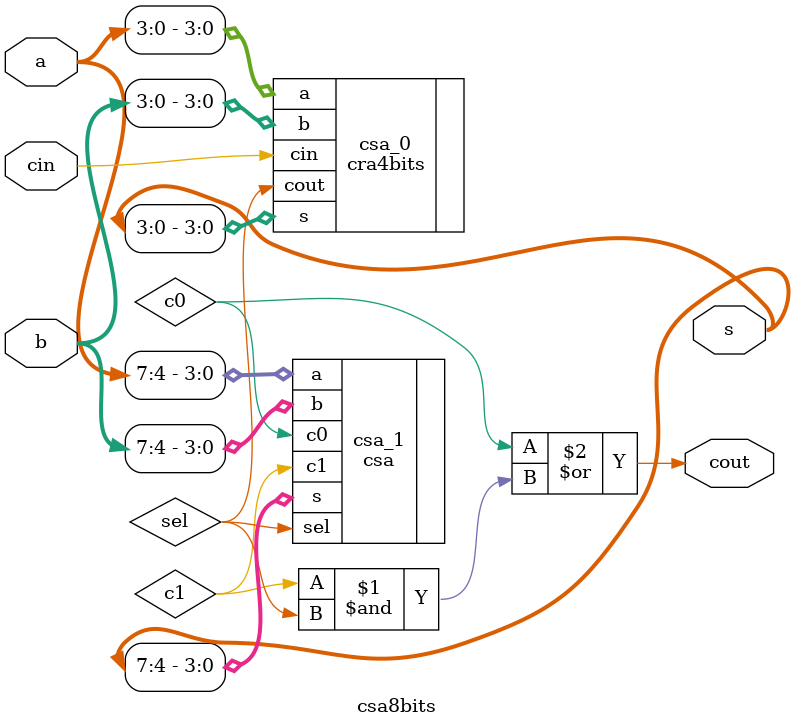
<source format=v>


// Unless required by applicable law or agreed to in writing, software
// distributed under the License is distributed on an "AS IS" BASIS,
// WITHOUT WARRANTIES OR CONDITIONS OF ANY KIND, either express or implied.
// See the License for the specific language governing permissions and
// limitations under the License.
//
//-----------------------------------------------------
// Design Name : csa8bits
// File Name   : csa8bits.v
// Function    : Carry Select Adder for 8 bits
// Coder       : Jucemar Monteiro
//-----------------------------------------------------
module csa8bits (cin,a,b,s,cout);
	parameter n = 8;
	parameter m = 2;

	input  cin;
	input  [n-1:0] a;
	input  [n-1:0] b;
	output  [n-1:0] s;
	output  cout;

	wire [m-2:0] c0,c1,sel;

	cra4bits csa_0 (.cin(cin),.a(a[3:0]),.b(b[3:0]),.s(s[3:0]),.cout(sel[0]));
	csa csa_1 (.sel(sel[0]),.a(a[7:4]),.b(b[7:4]),.s(s[7:4]),.c0(c0[0]),.c1(c1[0]));

	assign cout  = c0[0] | (c1[0] & sel[0]);
endmodule

</source>
